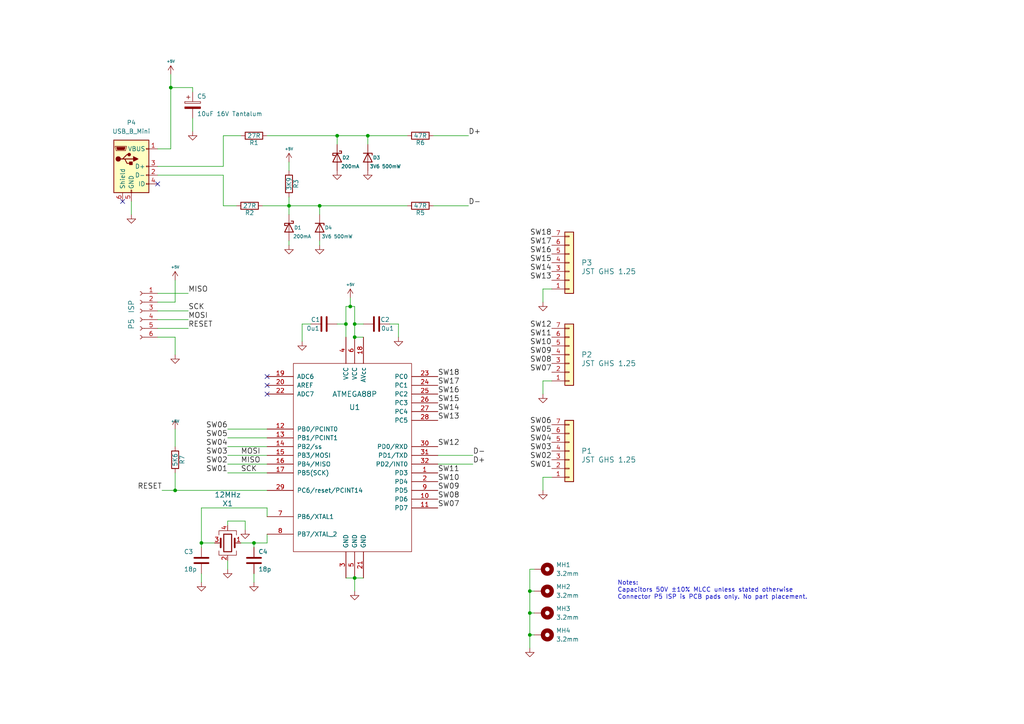
<source format=kicad_sch>
(kicad_sch (version 20211123) (generator eeschema)
  (paper "A4")
  (title_block (title "USB 18 Button Game Controller") (date "2022-04-28") (rev "1.2"))
  (lib_symbols
    (symbol "Connector:Conn_01x06_Female" (pin_names (offset 1.016) hide)
      (property "Reference" "J" (at 0 7.62 0))
      (property "Value" "Conn_01x06_Female" (at 0 -10.16 0))
      (symbol "Conn_01x06_Female_1_1"
        (arc (start 0 -7.112) (mid -0.508 -7.62) (end 0 -8.128) (stroke (width 0.1524)))
        (arc (start 0 -4.572) (mid -0.508 -5.08) (end 0 -5.588) (stroke (width 0.1524)))
        (arc (start 0 -2.032) (mid -0.508 -2.54) (end 0 -3.048) (stroke (width 0.1524)))
        (polyline (pts (xy -1.27 -7.62) (xy -0.508 -7.62)) (stroke (width 0.1524)))
        (polyline (pts (xy -1.27 -5.08) (xy -0.508 -5.08)) (stroke (width 0.1524)))
        (polyline (pts (xy -1.27 -2.54) (xy -0.508 -2.54)) (stroke (width 0.1524)))
        (polyline (pts (xy -1.27 0) (xy -0.508 0)) (stroke (width 0.1524)))
        (polyline (pts (xy -1.27 2.54) (xy -0.508 2.54)) (stroke (width 0.1524)))
        (polyline (pts (xy -1.27 5.08) (xy -0.508 5.08)) (stroke (width 0.1524)))
        (arc (start 0 0.508) (mid -0.508 0) (end 0 -0.508) (stroke (width 0.1524)))
        (arc (start 0 3.048) (mid -0.508 2.54) (end 0 2.032) (stroke (width 0.1524)))
        (arc (start 0 5.588) (mid -0.508 5.08) (end 0 4.572) (stroke (width 0.1524)))
        (pin passive line (at -5.08 5.08 0) (length 3.81) (name "Pin_1") (number "1"))
        (pin passive line (at -5.08 2.54 0) (length 3.81) (name "Pin_2") (number "2"))
        (pin passive line (at -5.08 0 0) (length 3.81) (name "Pin_3") (number "3"))
        (pin passive line (at -5.08 -2.54 0) (length 3.81) (name "Pin_4") (number "4"))
        (pin passive line (at -5.08 -5.08 0) (length 3.81) (name "Pin_5") (number "5"))
        (pin passive line (at -5.08 -7.62 0) (length 3.81) (name "Pin_6") (number "6"))
      )
    )
    (symbol "Connector:USB_B_Mini" (pin_names (offset 1.016))
      (property "Reference" "J" (at -5.08 11.43 0))
      (property "Value" "USB_B_Mini" (at -5.08 8.89 0))
      (symbol "USB_B_Mini_0_1"
        (rectangle (start -5.08 -7.62) (end 5.08 7.62) (stroke (width 0.254)) (fill (type background)))
        (circle (center -3.81 2.159) (radius 0.635) (stroke (width 0.254)) (fill (type outline)))
        (circle (center -0.635 3.429) (radius 0.381) (stroke (width 0.254)) (fill (type outline)))
        (rectangle (start -0.127 -7.62) (end 0.127 -6.858))
        (polyline (pts (xy -1.905 2.159) (xy 0.635 2.159)) (stroke (width 0.254)))
        (polyline (pts (xy -3.175 2.159) (xy -2.54 2.159) (xy -1.27 3.429) (xy -0.635 3.429)) (stroke (width 0.254)))
        (polyline (pts (xy -2.54 2.159) (xy -1.905 2.159) (xy -1.27 0.889) (xy 0 0.889)) (stroke (width 0.254)))
        (polyline (pts (xy 0.635 2.794) (xy 0.635 1.524) (xy 1.905 2.159) (xy 0.635 2.794)) (stroke (width 0.254)) (fill (type outline)))
        (polyline (pts (xy -4.318 5.588) (xy -1.778 5.588) (xy -2.032 4.826) (xy -4.064 4.826) (xy -4.318 5.588)) (fill (type outline)))
        (polyline (pts (xy -4.699 5.842) (xy -4.699 5.588) (xy -4.445 4.826) (xy -4.445 4.572) (xy -1.651 4.572) (xy -1.651 4.826) (xy -1.397 5.588) (xy -1.397 5.842) (xy -4.699 5.842)))
        (rectangle (start 0.254 1.27) (end -0.508 0.508) (stroke (width 0.254)) (fill (type outline)))
        (rectangle (start 5.08 -5.207) (end 4.318 -4.953))
        (rectangle (start 5.08 -2.667) (end 4.318 -2.413))
        (rectangle (start 5.08 -0.127) (end 4.318 0.127))
        (rectangle (start 5.08 4.953) (end 4.318 5.207))
      )
      (symbol "USB_B_Mini_1_1"
        (pin power_out line (at 7.62 5.08 180) (length 2.54) (name "VBUS") (number "1"))
        (pin bidirectional line (at 7.62 -2.54 180) (length 2.54) (name "D-") (number "2"))
        (pin bidirectional line (at 7.62 0 180) (length 2.54) (name "D+") (number "3"))
        (pin passive line (at 7.62 -5.08 180) (length 2.54) (name "ID") (number "4"))
        (pin power_out line (at 0 -10.16 90) (length 2.54) (name "GND") (number "5"))
        (pin passive line (at -2.54 -10.16 90) (length 2.54) (name "Shield") (number "6"))
      )
    )
    (symbol "Connector_Generic:Conn_01x07" (pin_names (offset 1.016) hide)
      (property "Reference" "J" (at 0 10.16 0))
      (property "Value" "Conn_01x07" (at 0 -10.16 0))
      (symbol "Conn_01x07_1_1"
        (rectangle (start -1.27 -7.493) (end 0 -7.747) (stroke (width 0.1524)))
        (rectangle (start -1.27 -4.953) (end 0 -5.207) (stroke (width 0.1524)))
        (rectangle (start -1.27 -2.413) (end 0 -2.667) (stroke (width 0.1524)))
        (rectangle (start -1.27 0.127) (end 0 -0.127) (stroke (width 0.1524)))
        (rectangle (start -1.27 2.667) (end 0 2.413) (stroke (width 0.1524)))
        (rectangle (start -1.27 5.207) (end 0 4.953) (stroke (width 0.1524)))
        (rectangle (start -1.27 7.747) (end 0 7.493) (stroke (width 0.1524)))
        (rectangle (start -1.27 8.89) (end 1.27 -8.89) (stroke (width 0.254)) (fill (type background)))
        (pin passive line (at -5.08 7.62 0) (length 3.81) (name "Pin_1") (number "1"))
        (pin passive line (at -5.08 5.08 0) (length 3.81) (name "Pin_2") (number "2"))
        (pin passive line (at -5.08 2.54 0) (length 3.81) (name "Pin_3") (number "3"))
        (pin passive line (at -5.08 0 0) (length 3.81) (name "Pin_4") (number "4"))
        (pin passive line (at -5.08 -2.54 0) (length 3.81) (name "Pin_5") (number "5"))
        (pin passive line (at -5.08 -5.08 0) (length 3.81) (name "Pin_6") (number "6"))
        (pin passive line (at -5.08 -7.62 0) (length 3.81) (name "Pin_7") (number "7"))
      )
    )
    (symbol "D_Schottky_1" (pin_numbers hide) (pin_names (offset 1.016) hide)
      (property "Reference" "D" (at 0 2.54 0))
      (property "Value" "D_Schottky_1" (at 0 -2.54 0))
      (symbol "D_Schottky_1_0_1"
        (polyline (pts (xy 1.27 0) (xy -1.27 0)))
        (polyline (pts (xy 1.27 1.27) (xy 1.27 -1.27) (xy -1.27 0) (xy 1.27 1.27)) (stroke (width 0.254)))
        (polyline (pts (xy -1.905 0.635) (xy -1.905 1.27) (xy -1.27 1.27) (xy -1.27 -1.27) (xy -0.635 -1.27) (xy -0.635 -0.635)) (stroke (width 0.254)))
      )
      (symbol "D_Schottky_1_1_1"
        (pin passive line (at -3.81 0 0) (length 2.54) (name "K") (number "1"))
        (pin passive line (at 3.81 0 180) (length 2.54) (name "A") (number "2"))
      )
    )
    (symbol "Device:C" (pin_numbers hide) (pin_names (offset 0.254))
      (property "Reference" "C" (at 0.635 2.54 0))
      (property "Value" "C" (at 0.635 -2.54 0))
      (symbol "C_0_1"
        (polyline (pts (xy -2.032 -0.762) (xy 2.032 -0.762)) (stroke (width 0.508)))
        (polyline (pts (xy -2.032 0.762) (xy 2.032 0.762)) (stroke (width 0.508)))
      )
      (symbol "C_1_1"
        (pin passive line (at 0 3.81 270) (length 2.794) (name "~") (number "1"))
        (pin passive line (at 0 -3.81 90) (length 2.794) (name "~") (number "2"))
      )
    )
    (symbol "Device:C_Polarized" (pin_numbers hide) (pin_names (offset 0.254))
      (property "Reference" "C" (at 0.635 2.54 0))
      (property "Value" "C_Polarized" (at 0.635 -2.54 0))
      (symbol "C_Polarized_0_1"
        (rectangle (start -2.286 0.508) (end 2.286 1.016))
        (polyline (pts (xy -1.778 2.286) (xy -0.762 2.286)))
        (polyline (pts (xy -1.27 2.794) (xy -1.27 1.778)))
        (rectangle (start 2.286 -0.508) (end -2.286 -1.016) (fill (type outline)))
      )
      (symbol "C_Polarized_1_1"
        (pin passive line (at 0 3.81 270) (length 2.794) (name "~") (number "1"))
        (pin passive line (at 0 -3.81 90) (length 2.794) (name "~") (number "2"))
      )
    )
    (symbol "Device:Crystal_GND24" (pin_names (offset 1.016) hide)
      (property "Reference" "Y" (at 3.175 5.08 0))
      (property "Value" "Crystal_GND24" (at 3.175 3.175 0))
      (symbol "Crystal_GND24_0_1"
        (rectangle (start -1.143 2.54) (end 1.143 -2.54) (stroke (width 0.3048)))
        (polyline (pts (xy -2.54 0) (xy -2.032 0)))
        (polyline (pts (xy -2.032 -1.27) (xy -2.032 1.27)) (stroke (width 0.508)))
        (polyline (pts (xy 0 -3.81) (xy 0 -3.556)))
        (polyline (pts (xy 0 3.556) (xy 0 3.81)))
        (polyline (pts (xy 2.032 -1.27) (xy 2.032 1.27)) (stroke (width 0.508)))
        (polyline (pts (xy 2.032 0) (xy 2.54 0)))
        (polyline (pts (xy -2.54 -2.286) (xy -2.54 -3.556) (xy 2.54 -3.556) (xy 2.54 -2.286)))
        (polyline (pts (xy -2.54 2.286) (xy -2.54 3.556) (xy 2.54 3.556) (xy 2.54 2.286)))
      )
      (symbol "Crystal_GND24_1_1"
        (pin passive line (at -3.81 0 0) (length 1.27) (name "1") (number "1"))
        (pin passive line (at 0 5.08 270) (length 1.27) (name "2") (number "2"))
        (pin passive line (at 3.81 0 180) (length 1.27) (name "3") (number "3"))
        (pin passive line (at 0 -5.08 90) (length 1.27) (name "4") (number "4"))
      )
    )
    (symbol "Device:D_Schottky" (pin_numbers hide) (pin_names (offset 1.016) hide)
      (property "Reference" "D" (at 0 2.54 0))
      (property "Value" "D_Schottky" (at 0 -2.54 0))
      (symbol "D_Schottky_0_1"
        (polyline (pts (xy 1.27 0) (xy -1.27 0)))
        (polyline (pts (xy 1.27 1.27) (xy 1.27 -1.27) (xy -1.27 0) (xy 1.27 1.27)) (stroke (width 0.254)))
        (polyline (pts (xy -1.905 0.635) (xy -1.905 1.27) (xy -1.27 1.27) (xy -1.27 -1.27) (xy -0.635 -1.27) (xy -0.635 -0.635)) (stroke (width 0.254)))
      )
      (symbol "D_Schottky_1_1"
        (pin passive line (at -3.81 0 0) (length 2.54) (name "K") (number "1"))
        (pin passive line (at 3.81 0 180) (length 2.54) (name "A") (number "2"))
      )
    )
    (symbol "Device:D_Zener" (pin_numbers hide) (pin_names (offset 1.016) hide)
      (property "Reference" "D" (at 0 2.54 0))
      (property "Value" "D_Zener" (at 0 -2.54 0))
      (symbol "D_Zener_0_1"
        (polyline (pts (xy 1.27 0) (xy -1.27 0)))
        (polyline (pts (xy -1.27 -1.27) (xy -1.27 1.27) (xy -0.762 1.27)) (stroke (width 0.254)))
        (polyline (pts (xy 1.27 -1.27) (xy 1.27 1.27) (xy -1.27 0) (xy 1.27 -1.27)) (stroke (width 0.254)))
      )
      (symbol "D_Zener_1_1"
        (pin passive line (at -3.81 0 0) (length 2.54) (name "K") (number "1"))
        (pin passive line (at 3.81 0 180) (length 2.54) (name "A") (number "2"))
      )
    )
    (symbol "Device:R" (pin_numbers hide) (pin_names (offset 0))
      (property "Reference" "R" (at 2.032 0 90))
      (property "Value" "R" (at 0 0 90))
      (symbol "R_0_1"
        (rectangle (start -1.016 -2.54) (end 1.016 2.54) (stroke (width 0.254)))
      )
      (symbol "R_1_1"
        (pin passive line (at 0 3.81 270) (length 1.27) (name "~") (number "1"))
        (pin passive line (at 0 -3.81 90) (length 1.27) (name "~") (number "2"))
      )
    )
    (symbol "Mechanical:MountingHole_Pad" (pin_numbers hide) (pin_names (offset 1.016) hide)
      (property "Reference" "H" (at 0 6.35 0))
      (property "Value" "MountingHole_Pad" (at 0 4.445 0))
      (symbol "MountingHole_Pad_0_1"
        (circle (center 0 1.27) (radius 1.27) (stroke (width 1.27)))
      )
      (symbol "MountingHole_Pad_1_1"
        (pin passive line (at 0 -2.54 90) (length 2.54) (name "1") (number "1"))
      )
    )
    (symbol "atmega48p:ATMEGA48P" (pin_names (offset 1.016))
      (property "Reference" "U" (at 0 12.7 0))
      (property "Value" "ATMEGA48P" (at 0 15.24 0))
      (symbol "ATMEGA48P_0_1"
        (rectangle (start -17.78 24.13) (end 16.51 -30.48))
      )
      (symbol "ATMEGA48P_1_1"
        (pin bidirectional line (at 24.13 -7.62 180) (length 7.62) (name "PD3") (number "1"))
        (pin bidirectional line (at 24.13 -15.24 180) (length 7.62) (name "PD6") (number "10"))
        (pin bidirectional line (at 24.13 -17.78 180) (length 7.62) (name "PD7") (number "11"))
        (pin bidirectional line (at -25.4 5.08 0) (length 7.62) (name "PB0/PCINT0") (number "12"))
        (pin bidirectional line (at -25.4 2.54 0) (length 7.62) (name "PB1/PCINT1") (number "13"))
        (pin bidirectional line (at -25.4 0 0) (length 7.62) (name "PB2/ss") (number "14"))
        (pin bidirectional line (at -25.4 -2.54 0) (length 7.62) (name "PB3/MOSI") (number "15"))
        (pin bidirectional line (at -25.4 -5.08 0) (length 7.62) (name "PB4/MISO") (number "16"))
        (pin bidirectional line (at -25.4 -7.62 0) (length 7.62) (name "PB5(SCK)") (number "17"))
        (pin power_in line (at 2.54 31.75 270) (length 7.62) (name "AVcc") (number "18"))
        (pin bidirectional line (at -25.4 20.32 0) (length 7.62) (name "ADC6") (number "19"))
        (pin bidirectional line (at 24.13 -10.16 180) (length 7.62) (name "PD4") (number "2"))
        (pin bidirectional line (at -25.4 17.78 0) (length 7.62) (name "AREF") (number "20"))
        (pin power_in line (at 2.54 -38.1 90) (length 7.62) (name "GND") (number "21"))
        (pin bidirectional line (at -25.4 15.24 0) (length 7.62) (name "ADC7") (number "22"))
        (pin bidirectional line (at 24.13 20.32 180) (length 7.62) (name "PC0") (number "23"))
        (pin bidirectional line (at 24.13 17.78 180) (length 7.62) (name "PC1") (number "24"))
        (pin bidirectional line (at 24.13 15.24 180) (length 7.62) (name "PC2") (number "25"))
        (pin bidirectional line (at 24.13 12.7 180) (length 7.62) (name "PC3") (number "26"))
        (pin bidirectional line (at 24.13 10.16 180) (length 7.62) (name "PC4") (number "27"))
        (pin bidirectional line (at 24.13 7.62 180) (length 7.62) (name "PC5") (number "28"))
        (pin bidirectional line (at -25.4 -12.7 0) (length 7.62) (name "PC6/reset/PCINT14") (number "29"))
        (pin power_in line (at -2.54 -38.1 90) (length 7.62) (name "GND") (number "3"))
        (pin bidirectional line (at 24.13 0 180) (length 7.62) (name "PD0/RXD") (number "30"))
        (pin bidirectional line (at 24.13 -2.54 180) (length 7.62) (name "PD1/TXD") (number "31"))
        (pin bidirectional line (at 24.13 -5.08 180) (length 7.62) (name "PD2/INT0") (number "32"))
        (pin power_in line (at -2.54 31.75 270) (length 7.62) (name "VCC") (number "4"))
        (pin power_in line (at 0 -38.1 90) (length 7.62) (name "GND") (number "5"))
        (pin power_in line (at 0 31.75 270) (length 7.62) (name "VCC") (number "6"))
        (pin bidirectional line (at -25.4 -20.32 0) (length 7.62) (name "PB6/XTAL1") (number "7"))
        (pin bidirectional line (at -25.4 -25.4 0) (length 7.62) (name "PB7/XTAL_2") (number "8"))
        (pin bidirectional line (at 24.13 -12.7 180) (length 7.62) (name "PD5") (number "9"))
      )
    )
    (symbol "power:+5V" (power) (pin_names (offset 0))
      (property "Value" "+5V" (at 0 3.556 0))
      (symbol "+5V_0_1"
        (polyline (pts (xy -0.762 1.27) (xy 0 2.54)))
        (polyline (pts (xy 0 0) (xy 0 2.54)))
        (polyline (pts (xy 0 2.54) (xy 0.762 1.27)))
      )
      (symbol "+5V_1_1"
        (pin power_in line (at 0 0 90) (length 0) hide (name "+5V") (number "1"))
      )
    )
    (symbol "power:GND" (power) (pin_names (offset 0))
      (property "Value" "GND" (at 0 -3.81 0))
      (symbol "GND_0_1"
        (polyline (pts (xy 0 0) (xy 0 -1.27) (xy 1.27 -1.27) (xy 0 -2.54) (xy -1.27 -1.27) (xy 0 -1.27)))
      )
      (symbol "GND_1_1"
        (pin power_in line (at 0 0 270) (length 0) hide (name "GND") (number "1"))
      )
    )
  )
  (junction (at 50.8 142.24))
  (junction (at 102.87 93.98))
  (junction (at 102.87 167.64))
  (junction (at 153.67 177.8))
  (junction (at 73.66 157.48))
  (junction (at 100.33 93.98))
  (junction (at 106.68 39.37))
  (junction (at 83.82 59.69))
  (junction (at 58.42 157.48))
  (junction (at 49.53 25.4))
  (junction (at 97.79 39.37))
  (junction (at 153.67 171.45))
  (junction (at 92.71 59.69))
  (junction (at 153.67 184.15))
  (junction (at 101.6 88.9))
  (junction (at 102.87 97.79))
  (no_connect (at 303.53 64.77))
  (no_connect (at 35.56 58.42))
  (no_connect (at 77.47 109.22))
  (no_connect (at 77.47 114.3))
  (no_connect (at 45.72 53.34))
  (no_connect (at 77.47 111.76))
  (wire (pts (xy 50.8 87.63) (xy 50.8 81.28)))
  (wire (pts (xy 102.87 171.45) (xy 102.87 167.64)))
  (wire (pts (xy 153.67 171.45) (xy 154.94 171.45)))
  (wire (pts (xy 50.8 137.16) (xy 50.8 142.24)))
  (wire (pts (xy 71.12 151.13) (xy 71.12 153.67)))
  (wire (pts (xy 77.47 124.46) (xy 66.04 124.46)))
  (wire (pts (xy 102.87 93.98) (xy 102.87 97.79)))
  (wire (pts (xy 55.88 34.29) (xy 55.88 38.1)))
  (wire (pts (xy 64.77 50.8) (xy 45.72 50.8)))
  (wire (pts (xy 38.1 58.42) (xy 38.1 62.23)))
  (wire (pts (xy 153.67 177.8) (xy 154.94 177.8)))
  (wire (pts (xy 100.33 93.98) (xy 100.33 88.9)))
  (wire (pts (xy 50.8 124.46) (xy 50.8 129.54)))
  (wire (pts (xy 87.63 93.98) (xy 87.63 99.06)))
  (wire (pts (xy 106.68 39.37) (xy 97.79 39.37)))
  (wire (pts (xy 45.72 92.71) (xy 54.61 92.71)))
  (wire (pts (xy 83.82 69.85) (xy 83.82 71.12)))
  (wire (pts (xy 45.72 95.25) (xy 54.61 95.25)))
  (wire (pts (xy 106.68 39.37) (xy 118.11 39.37)))
  (wire (pts (xy 92.71 59.69) (xy 118.11 59.69)))
  (wire (pts (xy 58.42 166.37) (xy 58.42 168.91)))
  (wire (pts (xy 157.48 138.43) (xy 160.02 138.43)))
  (wire (pts (xy 64.77 48.26) (xy 64.77 39.37)))
  (wire (pts (xy 83.82 46.99) (xy 83.82 49.53)))
  (wire (pts (xy 49.53 21.59) (xy 49.53 25.4)))
  (wire (pts (xy 64.77 59.69) (xy 68.58 59.69)))
  (wire (pts (xy 66.04 132.08) (xy 77.47 132.08)))
  (wire (pts (xy 66.04 137.16) (xy 77.47 137.16)))
  (wire (pts (xy 157.48 87.63) (xy 157.48 83.82)))
  (wire (pts (xy 100.33 88.9) (xy 101.6 88.9)))
  (wire (pts (xy 106.68 39.37) (xy 106.68 41.91)))
  (wire (pts (xy 83.82 59.69) (xy 92.71 59.69)))
  (wire (pts (xy 50.8 142.24) (xy 77.47 142.24)))
  (wire (pts (xy 58.42 147.32) (xy 77.47 147.32)))
  (wire (pts (xy 157.48 114.3) (xy 157.48 110.49)))
  (wire (pts (xy 45.72 90.17) (xy 54.61 90.17)))
  (wire (pts (xy 83.82 59.69) (xy 83.82 62.23)))
  (wire (pts (xy 77.47 157.48) (xy 77.47 154.94)))
  (wire (pts (xy 115.57 93.98) (xy 115.57 97.79)))
  (wire (pts (xy 153.67 171.45) (xy 153.67 177.8)))
  (wire (pts (xy 92.71 59.69) (xy 92.71 62.23)))
  (wire (pts (xy 97.79 93.98) (xy 100.33 93.98)))
  (wire (pts (xy 58.42 157.48) (xy 58.42 158.75)))
  (wire (pts (xy 102.87 167.64) (xy 100.33 167.64)))
  (wire (pts (xy 153.67 177.8) (xy 153.67 184.15)))
  (wire (pts (xy 50.8 97.79) (xy 50.8 102.87)))
  (wire (pts (xy 76.2 59.69) (xy 83.82 59.69)))
  (wire (pts (xy 157.48 142.24) (xy 157.48 138.43)))
  (wire (pts (xy 45.72 85.09) (xy 54.61 85.09)))
  (wire (pts (xy 77.47 127) (xy 66.04 127)))
  (wire (pts (xy 58.42 157.48) (xy 62.23 157.48)))
  (wire (pts (xy 157.48 110.49) (xy 160.02 110.49)))
  (wire (pts (xy 102.87 88.9) (xy 102.87 93.98)))
  (wire (pts (xy 64.77 59.69) (xy 64.77 50.8)))
  (wire (pts (xy 55.88 25.4) (xy 55.88 26.67)))
  (wire (pts (xy 97.79 39.37) (xy 97.79 41.91)))
  (wire (pts (xy 125.73 39.37) (xy 135.89 39.37)))
  (wire (pts (xy 87.63 93.98) (xy 90.17 93.98)))
  (wire (pts (xy 73.66 157.48) (xy 77.47 157.48)))
  (wire (pts (xy 153.67 184.15) (xy 153.67 187.96)))
  (wire (pts (xy 45.72 97.79) (xy 50.8 97.79)))
  (wire (pts (xy 101.6 88.9) (xy 102.87 88.9)))
  (wire (pts (xy 73.66 166.37) (xy 73.66 168.91)))
  (wire (pts (xy 101.6 86.36) (xy 101.6 88.9)))
  (wire (pts (xy 66.04 162.56) (xy 66.04 165.1)))
  (wire (pts (xy 102.87 93.98) (xy 105.41 93.98)))
  (wire (pts (xy 64.77 39.37) (xy 69.85 39.37)))
  (wire (pts (xy 49.53 43.18) (xy 45.72 43.18)))
  (wire (pts (xy 127 134.62) (xy 137.16 134.62)))
  (wire (pts (xy 49.53 25.4) (xy 49.53 43.18)))
  (wire (pts (xy 45.72 87.63) (xy 50.8 87.63)))
  (wire (pts (xy 64.77 48.26) (xy 45.72 48.26)))
  (wire (pts (xy 66.04 151.13) (xy 71.12 151.13)))
  (wire (pts (xy 102.87 97.79) (xy 105.41 97.79)))
  (wire (pts (xy 125.73 59.69) (xy 135.89 59.69)))
  (wire (pts (xy 127 132.08) (xy 137.16 132.08)))
  (wire (pts (xy 77.47 147.32) (xy 77.47 149.86)))
  (wire (pts (xy 66.04 151.13) (xy 66.04 152.4)))
  (wire (pts (xy 73.66 157.48) (xy 73.66 158.75)))
  (wire (pts (xy 83.82 57.15) (xy 83.82 59.69)))
  (wire (pts (xy 153.67 184.15) (xy 154.94 184.15)))
  (wire (pts (xy 92.71 69.85) (xy 92.71 71.12)))
  (wire (pts (xy 105.41 167.64) (xy 102.87 167.64)))
  (wire (pts (xy 66.04 134.62) (xy 77.47 134.62)))
  (wire (pts (xy 157.48 83.82) (xy 160.02 83.82)))
  (wire (pts (xy 154.94 165.1) (xy 153.67 165.1)))
  (wire (pts (xy 46.99 142.24) (xy 50.8 142.24)))
  (wire (pts (xy 49.53 25.4) (xy 55.88 25.4)))
  (wire (pts (xy 69.85 157.48) (xy 73.66 157.48)))
  (wire (pts (xy 77.47 39.37) (xy 97.79 39.37)))
  (wire (pts (xy 113.03 93.98) (xy 115.57 93.98)))
  (wire (pts (xy 100.33 93.98) (xy 100.33 97.79)))
  (wire (pts (xy 153.67 165.1) (xy 153.67 171.45)))
  (wire (pts (xy 58.42 147.32) (xy 58.42 157.48)))
  (wire (pts (xy 77.47 129.54) (xy 66.04 129.54)))
  (text "Notes:\nCapacitors 50V ±10% MLCC unless stated otherwise\nConnector P5 ISP is PCB pads only. No part placement.\n" (at 179.07 173.99 0) (effects (font (size 1.27 1.27)) (justify left bottom)))
  (label "MOSI" (at 69.85 132.08 0) (effects (font (size 1.524 1.524))))
  (label "SW04" (at 160.02 128.27 180) (effects (font (size 1.524 1.524))))
  (label "SCK" (at 69.85 137.16 0) (effects (font (size 1.524 1.524))))
  (label "D+" (at 135.89 39.37 0) (effects (font (size 1.524 1.524))))
  (label "SW07" (at 127 147.32 0) (effects (font (size 1.524 1.524))))
  (label "SW01" (at 66.04 137.16 180) (effects (font (size 1.524 1.524))))
  (label "SW14" (at 127 119.38 0) (effects (font (size 1.524 1.524))))
  (label "SW15" (at 127 116.84 0) (effects (font (size 1.524 1.524))))
  (label "SW06" (at 66.04 124.46 180) (effects (font (size 1.524 1.524))))
  (label "SW13" (at 160.02 81.28 180) (effects (font (size 1.524 1.524))))
  (label "MOSI" (at 54.61 92.71 0) (effects (font (size 1.524 1.524))))
  (label "SW05" (at 160.02 125.73 180) (effects (font (size 1.524 1.524))))
  (label "SW08" (at 160.02 105.41 180) (effects (font (size 1.524 1.524))))
  (label "SW16" (at 127 114.3 0) (effects (font (size 1.524 1.524))))
  (label "RESET" (at 54.61 95.25 0) (effects (font (size 1.524 1.524))))
  (label "RESET" (at 46.99 142.24 180) (effects (font (size 1.524 1.524))))
  (label "SW03" (at 66.04 132.08 180) (effects (font (size 1.524 1.524))))
  (label "SW12" (at 160.02 95.25 180) (effects (font (size 1.524 1.524))))
  (label "SW18" (at 127 109.22 0) (effects (font (size 1.524 1.524))))
  (label "D-" (at 135.89 59.69 0) (effects (font (size 1.524 1.524))))
  (label "SCK" (at 54.61 90.17 0) (effects (font (size 1.524 1.524))))
  (label "SW18" (at 160.02 68.58 180) (effects (font (size 1.524 1.524))))
  (label "MISO" (at 54.61 85.09 0) (effects (font (size 1.524 1.524))))
  (label "SW07" (at 160.02 107.95 180) (effects (font (size 1.524 1.524))))
  (label "SW10" (at 127 139.7 0) (effects (font (size 1.524 1.524))))
  (label "SW01" (at 160.02 135.89 180) (effects (font (size 1.524 1.524))))
  (label "SW09" (at 127 142.24 0) (effects (font (size 1.524 1.524))))
  (label "SW09" (at 160.02 102.87 180) (effects (font (size 1.524 1.524))))
  (label "D-" (at 137.16 132.08 0) (effects (font (size 1.524 1.524))))
  (label "SW16" (at 160.02 73.66 180) (effects (font (size 1.524 1.524))))
  (label "SW17" (at 127 111.76 0) (effects (font (size 1.524 1.524))))
  (label "SW17" (at 160.02 71.12 180) (effects (font (size 1.524 1.524))))
  (label "SW02" (at 66.04 134.62 180) (effects (font (size 1.524 1.524))))
  (label "SW02" (at 160.02 133.35 180) (effects (font (size 1.524 1.524))))
  (label "MISO" (at 69.85 134.62 0) (effects (font (size 1.524 1.524))))
  (label "SW08" (at 127 144.78 0) (effects (font (size 1.524 1.524))))
  (label "SW15" (at 160.02 76.2 180) (effects (font (size 1.524 1.524))))
  (label "SW12" (at 127 129.54 0) (effects (font (size 1.524 1.524))))
  (label "D+" (at 137.16 134.62 0) (effects (font (size 1.524 1.524))))
  (label "SW06" (at 160.02 123.19 180) (effects (font (size 1.524 1.524))))
  (label "SW10" (at 160.02 100.33 180) (effects (font (size 1.524 1.524))))
  (label "SW14" (at 160.02 78.74 180) (effects (font (size 1.524 1.524))))
  (label "SW11" (at 127 137.16 0) (effects (font (size 1.524 1.524))))
  (label "SW11" (at 160.02 97.79 180) (effects (font (size 1.524 1.524))))
  (label "SW04" (at 66.04 129.54 180) (effects (font (size 1.524 1.524))))
  (label "SW03" (at 160.02 130.81 180) (effects (font (size 1.524 1.524))))
  (label "SW05" (at 66.04 127 180) (effects (font (size 1.524 1.524))))
  (label "SW13" (at 127 121.92 0) (effects (font (size 1.524 1.524))))
  (symbol (lib_id "power:+5V") (at 49.53 21.59 0) (unit 1)
    (property "Reference" "#PWR016" (effects hide))
    (property "Value" "+5V" (at 49.53 17.78 0) (effects (font (size 0.762 0.762))))
  )
  (symbol (lib_id "power:GND") (at 38.1 62.23 0) (unit 1)
    (property "Reference" "#PWR015" (effects hide))
    (property "Value" "GND" (effects hide))
  )
  (symbol (lib_id "Device:R") (at 73.66 39.37 270) (unit 1)
    (property "Reference" "R1" (at 73.66 41.402 90))
    (property "Value" "27R" (at 73.66 39.37 90))
    (property "Footprint" "Resistor_SMD:R_0603_1608Metric" (effects hide))
    (property "JLCPCB" "C137753" (effects hide))
  )
  (symbol (lib_id "Device:R") (at 72.39 59.69 270) (unit 1)
    (property "Reference" "R2" (at 72.39 61.722 90))
    (property "Value" "27R" (at 72.39 59.69 90))
    (property "Footprint" "Resistor_SMD:R_0603_1608Metric" (effects hide))
    (property "JLCPCB" "C137753" (effects hide))
  )
  (symbol (lib_id "Device:R") (at 83.82 53.34 0) (unit 1)
    (property "Reference" "R3" (at 85.852 53.34 90))
    (property "Value" "3K9" (at 83.82 53.34 90))
    (property "Footprint" "Resistor_SMD:R_0603_1608Metric" (effects hide))
    (property "JLCPCB" "C114616" (effects hide))
  )
  (symbol (lib_id "Device:R") (at 121.92 39.37 270) (unit 1)
    (property "Reference" "R6" (at 121.92 41.402 90))
    (property "Value" "47R" (at 121.92 39.37 90))
    (property "Footprint" "Resistor_SMD:R_0603_1608Metric" (effects hide))
    (property "JLCPCB" "C114623" (effects hide))
  )
  (symbol (lib_id "Device:R") (at 121.92 59.69 270) (unit 1)
    (property "Reference" "R5" (at 121.92 61.722 90))
    (property "Value" "47R" (at 121.92 59.69 90))
    (property "Footprint" "Resistor_SMD:R_0603_1608Metric" (effects hide))
    (property "JLCPCB" "C114623" (effects hide))
  )
  (symbol (lib_id "power:GND") (at 83.82 71.12 0) (unit 1)
    (property "Reference" "#PWR014" (effects hide))
    (property "Value" "GND" (effects hide))
  )
  (symbol (lib_id "power:GND") (at 92.71 71.12 0) (unit 1)
    (property "Reference" "#PWR013" (effects hide))
    (property "Value" "GND" (effects hide))
  )
  (symbol (lib_id "power:GND") (at 97.79 49.53 0) (unit 1)
    (property "Reference" "#PWR012" (effects hide))
    (property "Value" "GND" (effects hide))
  )
  (symbol (lib_id "power:GND") (at 106.68 49.53 0) (unit 1)
    (property "Reference" "#PWR011" (effects hide))
    (property "Value" "GND" (effects hide))
  )
  (symbol (lib_id "Device:D_Zener") (at 106.68 45.72 270) (unit 1)
    (property "Reference" "D3" (at 109.22 45.72 90) (effects (font (size 1 1))))
    (property "Value" "3V6 500mW" (at 111.76 48.26 90) (effects (font (size 1 1))))
    (property "Footprint" "Diode_SMD:D_SOD-123" (effects hide))
    (property "JLCPCB" "C216708" (effects hide))
  )
  (symbol (lib_id "Device:D_Zener") (at 92.71 66.04 270) (unit 1)
    (property "Reference" "D4" (at 95.25 66.04 90) (effects (font (size 1 1))))
    (property "Value" "3V6 500mW" (at 97.79 68.58 90) (effects (font (size 1 1))))
    (property "Footprint" "Diode_SMD:D_SOD-123" (effects hide))
    (property "JLCPCB" "C216708" (effects hide))
  )
  (symbol (lib_id "Device:D_Schottky") (at 83.82 66.04 270) (unit 1)
    (property "Reference" "D1" (at 86.36 66.04 90) (effects (font (size 1 1))))
    (property "Value" "200mA" (at 87.63 68.58 90) (effects (font (size 1 1))))
    (property "Footprint" "Diode_SMD:D_SOD-523" (effects hide))
    (property "JLCPCB" "C122862" (effects hide))
  )
  (symbol (lib_name "D_Schottky_1") (lib_id "Device:D_Schottky") (at 97.79 45.72 270) (unit 1)
    (property "Reference" "D2" (at 100.33 45.72 90) (effects (font (size 1 1))))
    (property "Value" "200mA" (at 101.6 48.26 90) (effects (font (size 1.016 1.016))))
    (property "Footprint" "Diode_SMD:D_SOD-523" (effects hide))
    (property "JLCPCB" "C122862" (effects hide))
  )
  (symbol (lib_id "power:+5V") (at 83.82 46.99 0) (unit 1)
    (property "Reference" "#PWR010" (effects hide))
    (property "Value" "+5V" (at 83.82 43.18 0) (effects (font (size 0.762 0.762))))
  )
  (symbol (lib_id "Connector:Conn_01x06_Female") (at 40.64 90.17 0) (mirror y) (unit 1) (in_bom no)
    (property "Reference" "P5" (at 38.1 93.98 90) (effects (font (size 1.524 1.524))))
    (property "Value" "ISP" (at 38.1 88.9 90) (effects (font (size 1.524 1.524))))
    (property "Footprint" "Connector_PinHeader_2.54mm:PinHeader_2x03_P2.54mm_Vertical" (effects hide))
  )
  (symbol (lib_id "power:GND") (at 50.8 102.87 0) (mirror y) (unit 1)
    (property "Reference" "#PWR09" (effects hide))
    (property "Value" "GND" (effects hide))
  )
  (symbol (lib_id "atmega48p:ATMEGA48P") (at 102.87 129.54 0) (unit 1)
    (property "Reference" "U1" (at 102.87 118.11 0) (effects (font (size 1.524 1.524))))
    (property "Value" "ATMEGA88P" (at 102.87 114.3 0) (effects (font (size 1.524 1.524))))
    (property "Footprint" "Package_QFP:TQFP-32_7x7mm_P0.8mm" (effects hide))
    (property "JLCPCB" "C8727" (effects hide))
  )
  (symbol (lib_id "power:+5V") (at 101.6 86.36 0) (unit 1)
    (property "Reference" "#PWR08" (effects hide))
    (property "Value" "+5V" (at 101.6 82.55 0) (effects (font (size 0.762 0.762))))
  )
  (symbol (lib_id "power:GND") (at 102.87 171.45 0) (unit 1)
    (property "Reference" "#PWR07" (effects hide))
    (property "Value" "GND" (effects hide))
  )
  (symbol (lib_id "Device:R") (at 50.8 133.35 0) (unit 1)
    (property "Reference" "R7" (at 52.832 133.35 90))
    (property "Value" "5K6" (at 50.8 133.35 90))
    (property "Footprint" "Resistor_SMD:R_0603_1608Metric" (effects hide))
    (property "JLCPCB" "C114627" (effects hide))
  )
  (symbol (lib_id "power:+5V") (at 50.8 124.46 0) (unit 1)
    (property "Reference" "#PWR06" (effects hide))
    (property "Value" "+5V" (at 50.8 122.174 0) (effects (font (size 0.762 0.762))))
  )
  (symbol (lib_id "Device:Crystal_GND24") (at 66.04 157.48 180) (unit 1)
    (property "Reference" "X1" (at 66.04 146.05 0) (effects (font (size 1.524 1.524))))
    (property "Value" "12MHz" (at 66.04 143.51 0) (effects (font (size 1.524 1.524))))
    (property "Footprint" "Crystal:Crystal_SMD_3225-4Pin_3.2x2.5mm" (effects hide))
    (property "JLCPCB" "C258939" (effects hide))
  )
  (symbol (lib_id "Device:C") (at 73.66 162.56 0) (unit 1)
    (property "Reference" "C4" (at 74.93 160.02 0) (effects (justify left)))
    (property "Value" "18p" (at 74.93 165.1 0) (effects (justify left)))
    (property "Footprint" "Capacitor_SMD:C_0603_1608Metric" (effects hide))
    (property "JLCPCB" "C107040" (effects hide))
  )
  (symbol (lib_id "Device:C") (at 58.42 162.56 0) (unit 1)
    (property "Reference" "C3" (at 53.34 160.02 0) (effects (justify left)))
    (property "Value" "18p" (at 53.34 165.1 0) (effects (justify left)))
    (property "Footprint" "Capacitor_SMD:C_0603_1608Metric" (effects hide))
    (property "JLCPCB" "C107040" (effects hide))
  )
  (symbol (lib_id "power:GND") (at 73.66 168.91 0) (unit 1)
    (property "Reference" "#PWR05" (effects hide))
    (property "Value" "GND" (effects hide))
  )
  (symbol (lib_id "Device:C") (at 109.22 93.98 90) (unit 1)
    (property "Reference" "C2" (at 113.03 92.71 90) (effects (justify left)))
    (property "Value" "0u1" (at 114.3 95.25 90) (effects (justify left)))
    (property "Footprint" "Capacitor_SMD:C_0603_1608Metric" (effects hide))
    (property "JLCPCB" "C14663" (effects hide))
  )
  (symbol (lib_id "power:GND") (at 115.57 97.79 0) (unit 1)
    (property "Reference" "#PWR04" (effects hide))
    (property "Value" "GND" (effects hide))
  )
  (symbol (lib_id "power:+5V") (at 50.8 81.28 0) (unit 1)
    (property "Reference" "#PWR02" (effects hide))
    (property "Value" "+5V" (at 50.8 77.47 0) (effects (font (size 0.762 0.762))))
  )
  (symbol (lib_id "Mechanical:MountingHole_Pad") (at 157.48 177.8 270) (unit 1) (in_bom no)
    (property "Reference" "MH3" (at 161.29 176.5299 90) (effects (justify left)))
    (property "Value" "3.2mm" (at 161.29 179.0699 90) (effects (justify left)))
  )
  (symbol (lib_id "power:GND") (at 58.42 168.91 0) (unit 1)
    (property "Reference" "#PWR0107" (effects hide))
    (property "Value" "GND" (effects hide))
  )
  (symbol (lib_id "power:GND") (at 87.63 99.06 0) (unit 1)
    (property "Reference" "#PWR0104" (effects hide))
    (property "Value" "GND" (effects hide))
  )
  (symbol (lib_id "power:GND") (at 71.12 153.67 0) (unit 1)
    (property "Reference" "#PWR0108" (effects hide))
    (property "Value" "GND" (effects hide))
  )
  (symbol (lib_id "Mechanical:MountingHole_Pad") (at 157.48 165.1 270) (unit 1) (in_bom no)
    (property "Reference" "MH1" (at 161.29 163.8299 90) (effects (justify left)))
    (property "Value" "3.2mm" (at 161.29 166.3699 90) (effects (justify left)))
  )
  (symbol (lib_id "power:GND") (at 66.04 165.1 0) (unit 1)
    (property "Reference" "#PWR0106" (effects hide))
    (property "Value" "GND" (effects hide))
  )
  (symbol (lib_id "Connector:USB_B_Mini") (at 38.1 48.26 0) (unit 1)
    (property "Reference" "P4" (at 38.1 35.56 0))
    (property "Value" "USB_B_Mini" (at 38.1 38.1 0))
    (property "Footprint" "Connector_USB:USB_Mini-B_Wuerth_65100516121_Horizontal" (effects hide))
    (property "JLCPCB" "C2681563" (effects hide))
  )
  (symbol (lib_id "Connector_Generic:Conn_01x07") (at 165.1 102.87 0) (mirror x) (unit 1)
    (property "Reference" "P2" (at 170.18 102.87 0) (effects (font (size 1.524 1.524))))
    (property "Value" "JST GHS 1.25" (at 176.53 105.41 0) (effects (font (size 1.524 1.524))))
    (property "Footprint" "Connector_JST:JST_GH_BM07B-GHS-TBT_1x07-1MP_P1.25mm_Vertical" (effects hide))
    (property "JLCPCB" "C495552" (effects hide))
  )
  (symbol (lib_id "power:GND") (at 157.48 142.24 0) (unit 1)
    (property "Reference" "#PWR0101" (effects hide))
    (property "Value" "GND" (effects hide))
  )
  (symbol (lib_id "Connector_Generic:Conn_01x07") (at 165.1 76.2 0) (mirror x) (unit 1)
    (property "Reference" "P3" (at 170.18 76.2 0) (effects (font (size 1.524 1.524))))
    (property "Value" "JST GHS 1.25" (at 176.53 78.74 0) (effects (font (size 1.524 1.524))))
    (property "Footprint" "Connector_JST:JST_GH_BM07B-GHS-TBT_1x07-1MP_P1.25mm_Vertical" (effects hide))
    (property "JLCPCB" "C495552" (effects hide))
  )
  (symbol (lib_id "Device:C_Polarized") (at 55.88 30.48 0) (unit 1)
    (property "Reference" "C5" (at 57.15 27.94 0) (effects (justify left)))
    (property "Value" "10uF 16V Tantalum" (at 57.15 33.02 0) (effects (justify left)))
    (property "Footprint" "Capacitor_SMD:C_1206_3216Metric" (effects hide))
    (property "JLCPCB" "C128254" (effects hide))
  )
  (symbol (lib_id "power:GND") (at 157.48 114.3 0) (unit 1)
    (property "Reference" "#PWR0109" (effects hide))
    (property "Value" "GND" (effects hide))
  )
  (symbol (lib_id "Mechanical:MountingHole_Pad") (at 157.48 171.45 270) (unit 1) (in_bom no)
    (property "Reference" "MH2" (at 161.29 170.1799 90) (effects (justify left)))
    (property "Value" "3.2mm" (at 161.29 172.7199 90) (effects (justify left)))
  )
  (symbol (lib_id "power:GND") (at 55.88 38.1 0) (unit 1)
    (property "Reference" "#PWR0103" (effects hide))
    (property "Value" "GND" (effects hide))
  )
  (symbol (lib_id "Mechanical:MountingHole_Pad") (at 157.48 184.15 270) (unit 1) (in_bom no)
    (property "Reference" "MH4" (at 161.29 182.8799 90) (effects (justify left)))
    (property "Value" "3.2mm" (at 161.29 185.4199 90) (effects (justify left)))
  )
  (symbol (lib_id "Device:C") (at 93.98 93.98 270) (unit 1)
    (property "Reference" "C1" (at 90.17 92.71 90) (effects (justify left)))
    (property "Value" "0u1" (at 88.9 95.25 90) (effects (justify left)))
    (property "Footprint" "Capacitor_SMD:C_0603_1608Metric" (effects hide))
    (property "JLCPCB" "C14663" (effects hide))
  )
  (symbol (lib_id "Connector_Generic:Conn_01x07") (at 165.1 130.81 0) (mirror x) (unit 1)
    (property "Reference" "P1" (at 170.18 130.81 0) (effects (font (size 1.524 1.524))))
    (property "Value" "JST GHS 1.25" (at 176.53 133.35 0) (effects (font (size 1.524 1.524))))
    (property "Footprint" "Connector_JST:JST_GH_BM07B-GHS-TBT_1x07-1MP_P1.25mm_Vertical" (effects hide))
    (property "JLCPCB" "C495552" (effects hide))
  )
  (symbol (lib_id "power:GND") (at 157.48 87.63 0) (unit 1)
    (property "Reference" "#PWR0102" (effects hide))
    (property "Value" "GND" (effects hide))
  )
  (symbol (lib_id "power:GND") (at 153.67 187.96 0) (unit 1)
    (property "Reference" "#PWR0105" (effects hide))
    (property "Value" "GND" (effects hide))
  )
)
</source>
